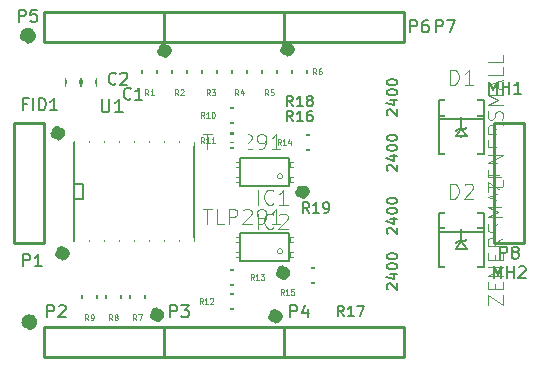
<source format=gto>
G04 #@! TF.FileFunction,Legend,Top*
%FSLAX46Y46*%
G04 Gerber Fmt 4.6, Leading zero omitted, Abs format (unit mm)*
G04 Created by KiCad (PCBNEW (2015-01-16 BZR 5376)-product) date 25/06/2015 00:14:29*
%MOMM*%
G01*
G04 APERTURE LIST*
%ADD10C,0.150000*%
%ADD11C,1.000000*%
%ADD12C,0.127000*%
%ADD13C,0.254000*%
%ADD14C,0.203200*%
%ADD15C,0.066040*%
%ADD16C,0.050800*%
%ADD17C,0.114300*%
%ADD18C,0.088900*%
%ADD19C,0.152400*%
%ADD20R,1.143000X2.413000*%
%ADD21R,1.143000X1.651000*%
%ADD22R,1.651000X1.143000*%
%ADD23R,2.032000X2.032000*%
%ADD24C,2.032000*%
%ADD25R,2.707640X2.308860*%
%ADD26R,2.540000X4.572000*%
%ADD27R,1.506220X1.005840*%
%ADD28C,3.000000*%
%ADD29R,1.258000X1.308000*%
G04 APERTURE END LIST*
D10*
D11*
X107950000Y-66548000D02*
G75*
G03X107950000Y-66548000I-127000J0D01*
G01*
X109601000Y-59690000D02*
G75*
G03X109601000Y-59690000I-127000J0D01*
G01*
X89281000Y-64897000D02*
G75*
G03X89281000Y-64897000I-127000J0D01*
G01*
X86539605Y-70739000D02*
G75*
G03X86539605Y-70739000I-179605J0D01*
G01*
X97282000Y-70104000D02*
G75*
G03X97282000Y-70104000I-127000J0D01*
G01*
X107315000Y-70231000D02*
G75*
G03X107315000Y-70231000I-127000J0D01*
G01*
X108331000Y-47625000D02*
G75*
G03X108331000Y-47625000I-127000J0D01*
G01*
X97917000Y-47752000D02*
G75*
G03X97917000Y-47752000I-127000J0D01*
G01*
X86412605Y-46482000D02*
G75*
G03X86412605Y-46482000I-179605J0D01*
G01*
X88900000Y-54737000D02*
G75*
G03X88900000Y-54737000I-127000J0D01*
G01*
D12*
X100330000Y-63881000D02*
X90170000Y-63881000D01*
X90170000Y-63881000D02*
X90170000Y-55499000D01*
X90170000Y-55499000D02*
X100330000Y-55499000D01*
X100330000Y-55499000D02*
X100330000Y-63881000D01*
X90170000Y-59055000D02*
X90932000Y-59055000D01*
X90932000Y-59055000D02*
X90932000Y-60325000D01*
X90932000Y-60325000D02*
X90170000Y-60325000D01*
X102362000Y-66294000D02*
X104648000Y-66294000D01*
X104648000Y-66294000D02*
X104648000Y-67564000D01*
X104648000Y-67564000D02*
X102362000Y-67564000D01*
X102362000Y-67564000D02*
X102362000Y-66294000D01*
X104648000Y-69596000D02*
X102362000Y-69596000D01*
X102362000Y-69596000D02*
X102362000Y-68326000D01*
X102362000Y-68326000D02*
X104648000Y-68326000D01*
X104648000Y-68326000D02*
X104648000Y-69596000D01*
X102362000Y-54737000D02*
X104648000Y-54737000D01*
X104648000Y-54737000D02*
X104648000Y-56007000D01*
X104648000Y-56007000D02*
X102362000Y-56007000D01*
X102362000Y-56007000D02*
X102362000Y-54737000D01*
X104648000Y-53848000D02*
X102362000Y-53848000D01*
X102362000Y-53848000D02*
X102362000Y-52578000D01*
X102362000Y-52578000D02*
X104648000Y-52578000D01*
X104648000Y-52578000D02*
X104648000Y-53848000D01*
X90805000Y-69723000D02*
X90805000Y-67437000D01*
X90805000Y-67437000D02*
X92075000Y-67437000D01*
X92075000Y-67437000D02*
X92075000Y-69723000D01*
X92075000Y-69723000D02*
X90805000Y-69723000D01*
X92837000Y-69723000D02*
X92837000Y-67437000D01*
X92837000Y-67437000D02*
X94107000Y-67437000D01*
X94107000Y-67437000D02*
X94107000Y-69723000D01*
X94107000Y-69723000D02*
X92837000Y-69723000D01*
X94869000Y-69723000D02*
X94869000Y-67437000D01*
X94869000Y-67437000D02*
X96139000Y-67437000D01*
X96139000Y-67437000D02*
X96139000Y-69723000D01*
X96139000Y-69723000D02*
X94869000Y-69723000D01*
X97155000Y-48387000D02*
X97155000Y-50673000D01*
X97155000Y-50673000D02*
X95885000Y-50673000D01*
X95885000Y-50673000D02*
X95885000Y-48387000D01*
X95885000Y-48387000D02*
X97155000Y-48387000D01*
X99695000Y-48387000D02*
X99695000Y-50673000D01*
X99695000Y-50673000D02*
X98425000Y-50673000D01*
X98425000Y-50673000D02*
X98425000Y-48387000D01*
X98425000Y-48387000D02*
X99695000Y-48387000D01*
X102235000Y-48387000D02*
X102235000Y-50673000D01*
X102235000Y-50673000D02*
X100965000Y-50673000D01*
X100965000Y-50673000D02*
X100965000Y-48387000D01*
X100965000Y-48387000D02*
X102235000Y-48387000D01*
X104775000Y-48387000D02*
X104775000Y-50673000D01*
X104775000Y-50673000D02*
X103505000Y-50673000D01*
X103505000Y-50673000D02*
X103505000Y-48387000D01*
X103505000Y-48387000D02*
X104775000Y-48387000D01*
X107315000Y-48387000D02*
X107315000Y-50673000D01*
X107315000Y-50673000D02*
X106045000Y-50673000D01*
X106045000Y-50673000D02*
X106045000Y-48387000D01*
X106045000Y-48387000D02*
X107315000Y-48387000D01*
X109855000Y-48387000D02*
X109855000Y-50673000D01*
X109855000Y-50673000D02*
X108585000Y-50673000D01*
X108585000Y-50673000D02*
X108585000Y-48387000D01*
X108585000Y-48387000D02*
X109855000Y-48387000D01*
D13*
X125730000Y-64008000D02*
X125730000Y-53848000D01*
X128270000Y-64008000D02*
X128270000Y-53848000D01*
X128270000Y-53848000D02*
X125730000Y-53848000D01*
X125730000Y-64008000D02*
X128270000Y-64008000D01*
X118110000Y-46990000D02*
X107950000Y-46990000D01*
X118110000Y-44450000D02*
X107950000Y-44450000D01*
X107950000Y-44450000D02*
X107950000Y-46990000D01*
X118110000Y-46990000D02*
X118110000Y-44450000D01*
X107950000Y-46990000D02*
X97790000Y-46990000D01*
X107950000Y-44450000D02*
X97790000Y-44450000D01*
X97790000Y-44450000D02*
X97790000Y-46990000D01*
X107950000Y-46990000D02*
X107950000Y-44450000D01*
X97790000Y-46990000D02*
X87630000Y-46990000D01*
X97790000Y-44450000D02*
X87630000Y-44450000D01*
X87630000Y-44450000D02*
X87630000Y-46990000D01*
X97790000Y-46990000D02*
X97790000Y-44450000D01*
X118110000Y-73660000D02*
X107950000Y-73660000D01*
X118110000Y-71120000D02*
X107950000Y-71120000D01*
X107950000Y-71120000D02*
X107950000Y-73660000D01*
X118110000Y-73660000D02*
X118110000Y-71120000D01*
X107950000Y-73660000D02*
X97790000Y-73660000D01*
X107950000Y-71120000D02*
X97790000Y-71120000D01*
X97790000Y-71120000D02*
X97790000Y-73660000D01*
X107950000Y-73660000D02*
X107950000Y-71120000D01*
X97790000Y-73660000D02*
X87630000Y-73660000D01*
X97790000Y-71120000D02*
X87630000Y-71120000D01*
X87630000Y-71120000D02*
X87630000Y-73660000D01*
X97790000Y-73660000D02*
X97790000Y-71120000D01*
X85090000Y-64008000D02*
X85090000Y-53848000D01*
X87630000Y-64008000D02*
X87630000Y-53848000D01*
X87630000Y-53848000D02*
X85090000Y-53848000D01*
X85090000Y-64008000D02*
X87630000Y-64008000D01*
D12*
X122936000Y-64516000D02*
X122936000Y-64719200D01*
X121031000Y-66040000D02*
X121031000Y-61468000D01*
X121031000Y-61468000D02*
X121666000Y-61468000D01*
X124841000Y-63093600D02*
X121031000Y-63093600D01*
X124841000Y-62763400D02*
X121031000Y-62763400D01*
X124206000Y-66040000D02*
X124841000Y-66040000D01*
X124841000Y-66040000D02*
X124841000Y-61468000D01*
X124841000Y-61468000D02*
X124206000Y-61468000D01*
X121666000Y-66040000D02*
X121031000Y-66040000D01*
X122936000Y-63881000D02*
X122461020Y-64516000D01*
X122461020Y-64516000D02*
X122936000Y-64516000D01*
X122936000Y-64516000D02*
X123410980Y-64516000D01*
X123410980Y-64516000D02*
X122936000Y-63881000D01*
X122936000Y-63881000D02*
X122618500Y-63881000D01*
X122618500Y-63881000D02*
X122461020Y-64038480D01*
X122936000Y-63881000D02*
X123253500Y-63881000D01*
X123253500Y-63881000D02*
X123410980Y-63723520D01*
X122936000Y-63881000D02*
X122936000Y-62771020D01*
X122936000Y-54991000D02*
X122936000Y-55194200D01*
X121031000Y-56515000D02*
X121031000Y-51943000D01*
X121031000Y-51943000D02*
X121666000Y-51943000D01*
X124841000Y-53568600D02*
X121031000Y-53568600D01*
X124841000Y-53238400D02*
X121031000Y-53238400D01*
X124206000Y-56515000D02*
X124841000Y-56515000D01*
X124841000Y-56515000D02*
X124841000Y-51943000D01*
X124841000Y-51943000D02*
X124206000Y-51943000D01*
X121666000Y-56515000D02*
X121031000Y-56515000D01*
X122936000Y-54356000D02*
X122461020Y-54991000D01*
X122461020Y-54991000D02*
X122936000Y-54991000D01*
X122936000Y-54991000D02*
X123410980Y-54991000D01*
X123410980Y-54991000D02*
X122936000Y-54356000D01*
X122936000Y-54356000D02*
X122618500Y-54356000D01*
X122618500Y-54356000D02*
X122461020Y-54513480D01*
X122936000Y-54356000D02*
X123253500Y-54356000D01*
X123253500Y-54356000D02*
X123410980Y-54198520D01*
X122936000Y-54356000D02*
X122936000Y-53246020D01*
D14*
X120142000Y-68580000D02*
X117856000Y-68580000D01*
X117856000Y-64262000D02*
X120142000Y-64262000D01*
X114554000Y-68580000D02*
X112268000Y-68580000D01*
X112268000Y-64262000D02*
X114554000Y-64262000D01*
X112268000Y-68580000D02*
X112268000Y-64262000D01*
X120142000Y-64262000D02*
X120142000Y-68580000D01*
X120142000Y-63881000D02*
X117856000Y-63881000D01*
X117856000Y-59563000D02*
X120142000Y-59563000D01*
X114554000Y-63881000D02*
X112268000Y-63881000D01*
X112268000Y-59563000D02*
X114554000Y-59563000D01*
X112268000Y-63881000D02*
X112268000Y-59563000D01*
X120142000Y-59563000D02*
X120142000Y-63881000D01*
X120142000Y-53848000D02*
X117856000Y-53848000D01*
X117856000Y-49530000D02*
X120142000Y-49530000D01*
X114554000Y-53848000D02*
X112268000Y-53848000D01*
X112268000Y-49530000D02*
X114554000Y-49530000D01*
X112268000Y-53848000D02*
X112268000Y-49530000D01*
X120142000Y-49530000D02*
X120142000Y-53848000D01*
X120142000Y-58547000D02*
X117856000Y-58547000D01*
X117856000Y-54229000D02*
X120142000Y-54229000D01*
X114554000Y-58547000D02*
X112268000Y-58547000D01*
X112268000Y-54229000D02*
X114554000Y-54229000D01*
X112268000Y-58547000D02*
X112268000Y-54229000D01*
X120142000Y-54229000D02*
X120142000Y-58547000D01*
D12*
X111506000Y-67437000D02*
X109220000Y-67437000D01*
X109220000Y-67437000D02*
X109220000Y-66167000D01*
X109220000Y-66167000D02*
X111506000Y-66167000D01*
X111506000Y-66167000D02*
X111506000Y-67437000D01*
X108839000Y-54864000D02*
X111125000Y-54864000D01*
X111125000Y-54864000D02*
X111125000Y-56134000D01*
X111125000Y-56134000D02*
X108839000Y-56134000D01*
X108839000Y-56134000D02*
X108839000Y-54864000D01*
D15*
X109768640Y-58483500D02*
X108447840Y-58483500D01*
X108447840Y-58483500D02*
X108447840Y-58864500D01*
X109768640Y-58864500D02*
X108447840Y-58864500D01*
X109768640Y-58483500D02*
X109768640Y-58864500D01*
X109768640Y-57213500D02*
X108447840Y-57213500D01*
X108447840Y-57213500D02*
X108447840Y-57594500D01*
X109768640Y-57594500D02*
X108447840Y-57594500D01*
X109768640Y-57213500D02*
X109768640Y-57594500D01*
X104150160Y-57213500D02*
X102829360Y-57213500D01*
X102829360Y-57213500D02*
X102829360Y-57594500D01*
X104150160Y-57594500D02*
X102829360Y-57594500D01*
X104150160Y-57213500D02*
X104150160Y-57594500D01*
X104150160Y-58483500D02*
X102829360Y-58483500D01*
X102829360Y-58483500D02*
X102829360Y-58864500D01*
X104150160Y-58864500D02*
X102829360Y-58864500D01*
X104150160Y-58483500D02*
X104150160Y-58864500D01*
D14*
X108381800Y-56870600D02*
X104216200Y-56870600D01*
X104216200Y-56870600D02*
X104216200Y-59207400D01*
X104216200Y-59207400D02*
X108381800Y-59207400D01*
X108381800Y-59207400D02*
X108381800Y-56870600D01*
D16*
X107815187Y-58392060D02*
G75*
G03X107815187Y-58392060I-233487J0D01*
G01*
D15*
X109768640Y-64833500D02*
X108447840Y-64833500D01*
X108447840Y-64833500D02*
X108447840Y-65214500D01*
X109768640Y-65214500D02*
X108447840Y-65214500D01*
X109768640Y-64833500D02*
X109768640Y-65214500D01*
X109768640Y-63563500D02*
X108447840Y-63563500D01*
X108447840Y-63563500D02*
X108447840Y-63944500D01*
X109768640Y-63944500D02*
X108447840Y-63944500D01*
X109768640Y-63563500D02*
X109768640Y-63944500D01*
X104150160Y-63563500D02*
X102829360Y-63563500D01*
X102829360Y-63563500D02*
X102829360Y-63944500D01*
X104150160Y-63944500D02*
X102829360Y-63944500D01*
X104150160Y-63563500D02*
X104150160Y-63944500D01*
X104150160Y-64833500D02*
X102829360Y-64833500D01*
X102829360Y-64833500D02*
X102829360Y-65214500D01*
X104150160Y-65214500D02*
X102829360Y-65214500D01*
X104150160Y-64833500D02*
X104150160Y-65214500D01*
D14*
X108381800Y-63220600D02*
X104216200Y-63220600D01*
X104216200Y-63220600D02*
X104216200Y-65557400D01*
X104216200Y-65557400D02*
X108381800Y-65557400D01*
X108381800Y-65557400D02*
X108381800Y-63220600D01*
D16*
X107815187Y-64742060D02*
G75*
G03X107815187Y-64742060I-233487J0D01*
G01*
D10*
X90840000Y-50769000D02*
X90840000Y-50069000D01*
X92040000Y-50069000D02*
X92040000Y-50769000D01*
X89443000Y-50769000D02*
X89443000Y-50069000D01*
X90643000Y-50069000D02*
X90643000Y-50769000D01*
D14*
X92474143Y-51825071D02*
X92474143Y-52750357D01*
X92528571Y-52859214D01*
X92583000Y-52913643D01*
X92691857Y-52968071D01*
X92909571Y-52968071D01*
X93018429Y-52913643D01*
X93072857Y-52859214D01*
X93127286Y-52750357D01*
X93127286Y-51825071D01*
X94270286Y-52968071D02*
X93617143Y-52968071D01*
X93943715Y-52968071D02*
X93943715Y-51825071D01*
X93834858Y-51988357D01*
X93726000Y-52097214D01*
X93617143Y-52151643D01*
D17*
X105370085Y-67158810D02*
X105217685Y-66916905D01*
X105108828Y-67158810D02*
X105108828Y-66650810D01*
X105283000Y-66650810D01*
X105326542Y-66675000D01*
X105348314Y-66699190D01*
X105370085Y-66747571D01*
X105370085Y-66820143D01*
X105348314Y-66868524D01*
X105326542Y-66892714D01*
X105283000Y-66916905D01*
X105108828Y-66916905D01*
X105805514Y-67158810D02*
X105544257Y-67158810D01*
X105674885Y-67158810D02*
X105674885Y-66650810D01*
X105631342Y-66723381D01*
X105587800Y-66771762D01*
X105544257Y-66795952D01*
X105957914Y-66650810D02*
X106240943Y-66650810D01*
X106088543Y-66844333D01*
X106153857Y-66844333D01*
X106197400Y-66868524D01*
X106219171Y-66892714D01*
X106240943Y-66941095D01*
X106240943Y-67062048D01*
X106219171Y-67110429D01*
X106197400Y-67134619D01*
X106153857Y-67158810D01*
X106023229Y-67158810D01*
X105979686Y-67134619D01*
X105957914Y-67110429D01*
X101052085Y-69190810D02*
X100899685Y-68948905D01*
X100790828Y-69190810D02*
X100790828Y-68682810D01*
X100965000Y-68682810D01*
X101008542Y-68707000D01*
X101030314Y-68731190D01*
X101052085Y-68779571D01*
X101052085Y-68852143D01*
X101030314Y-68900524D01*
X101008542Y-68924714D01*
X100965000Y-68948905D01*
X100790828Y-68948905D01*
X101487514Y-69190810D02*
X101226257Y-69190810D01*
X101356885Y-69190810D02*
X101356885Y-68682810D01*
X101313342Y-68755381D01*
X101269800Y-68803762D01*
X101226257Y-68827952D01*
X101661686Y-68731190D02*
X101683457Y-68707000D01*
X101727000Y-68682810D01*
X101835857Y-68682810D01*
X101879400Y-68707000D01*
X101901171Y-68731190D01*
X101922943Y-68779571D01*
X101922943Y-68827952D01*
X101901171Y-68900524D01*
X101639914Y-69190810D01*
X101922943Y-69190810D01*
X101179085Y-55601810D02*
X101026685Y-55359905D01*
X100917828Y-55601810D02*
X100917828Y-55093810D01*
X101092000Y-55093810D01*
X101135542Y-55118000D01*
X101157314Y-55142190D01*
X101179085Y-55190571D01*
X101179085Y-55263143D01*
X101157314Y-55311524D01*
X101135542Y-55335714D01*
X101092000Y-55359905D01*
X100917828Y-55359905D01*
X101614514Y-55601810D02*
X101353257Y-55601810D01*
X101483885Y-55601810D02*
X101483885Y-55093810D01*
X101440342Y-55166381D01*
X101396800Y-55214762D01*
X101353257Y-55238952D01*
X102049943Y-55601810D02*
X101788686Y-55601810D01*
X101919314Y-55601810D02*
X101919314Y-55093810D01*
X101875771Y-55166381D01*
X101832229Y-55214762D01*
X101788686Y-55238952D01*
X101179085Y-53442810D02*
X101026685Y-53200905D01*
X100917828Y-53442810D02*
X100917828Y-52934810D01*
X101092000Y-52934810D01*
X101135542Y-52959000D01*
X101157314Y-52983190D01*
X101179085Y-53031571D01*
X101179085Y-53104143D01*
X101157314Y-53152524D01*
X101135542Y-53176714D01*
X101092000Y-53200905D01*
X100917828Y-53200905D01*
X101614514Y-53442810D02*
X101353257Y-53442810D01*
X101483885Y-53442810D02*
X101483885Y-52934810D01*
X101440342Y-53007381D01*
X101396800Y-53055762D01*
X101353257Y-53079952D01*
X101897543Y-52934810D02*
X101941086Y-52934810D01*
X101984629Y-52959000D01*
X102006400Y-52983190D01*
X102028171Y-53031571D01*
X102049943Y-53128333D01*
X102049943Y-53249286D01*
X102028171Y-53346048D01*
X102006400Y-53394429D01*
X101984629Y-53418619D01*
X101941086Y-53442810D01*
X101897543Y-53442810D01*
X101854000Y-53418619D01*
X101832229Y-53394429D01*
X101810457Y-53346048D01*
X101788686Y-53249286D01*
X101788686Y-53128333D01*
X101810457Y-53031571D01*
X101832229Y-52983190D01*
X101854000Y-52959000D01*
X101897543Y-52934810D01*
X91363800Y-70587810D02*
X91211400Y-70345905D01*
X91102543Y-70587810D02*
X91102543Y-70079810D01*
X91276715Y-70079810D01*
X91320257Y-70104000D01*
X91342029Y-70128190D01*
X91363800Y-70176571D01*
X91363800Y-70249143D01*
X91342029Y-70297524D01*
X91320257Y-70321714D01*
X91276715Y-70345905D01*
X91102543Y-70345905D01*
X91581515Y-70587810D02*
X91668600Y-70587810D01*
X91712143Y-70563619D01*
X91733915Y-70539429D01*
X91777457Y-70466857D01*
X91799229Y-70370095D01*
X91799229Y-70176571D01*
X91777457Y-70128190D01*
X91755686Y-70104000D01*
X91712143Y-70079810D01*
X91625057Y-70079810D01*
X91581515Y-70104000D01*
X91559743Y-70128190D01*
X91537972Y-70176571D01*
X91537972Y-70297524D01*
X91559743Y-70345905D01*
X91581515Y-70370095D01*
X91625057Y-70394286D01*
X91712143Y-70394286D01*
X91755686Y-70370095D01*
X91777457Y-70345905D01*
X91799229Y-70297524D01*
X93395800Y-70587810D02*
X93243400Y-70345905D01*
X93134543Y-70587810D02*
X93134543Y-70079810D01*
X93308715Y-70079810D01*
X93352257Y-70104000D01*
X93374029Y-70128190D01*
X93395800Y-70176571D01*
X93395800Y-70249143D01*
X93374029Y-70297524D01*
X93352257Y-70321714D01*
X93308715Y-70345905D01*
X93134543Y-70345905D01*
X93657057Y-70297524D02*
X93613515Y-70273333D01*
X93591743Y-70249143D01*
X93569972Y-70200762D01*
X93569972Y-70176571D01*
X93591743Y-70128190D01*
X93613515Y-70104000D01*
X93657057Y-70079810D01*
X93744143Y-70079810D01*
X93787686Y-70104000D01*
X93809457Y-70128190D01*
X93831229Y-70176571D01*
X93831229Y-70200762D01*
X93809457Y-70249143D01*
X93787686Y-70273333D01*
X93744143Y-70297524D01*
X93657057Y-70297524D01*
X93613515Y-70321714D01*
X93591743Y-70345905D01*
X93569972Y-70394286D01*
X93569972Y-70491048D01*
X93591743Y-70539429D01*
X93613515Y-70563619D01*
X93657057Y-70587810D01*
X93744143Y-70587810D01*
X93787686Y-70563619D01*
X93809457Y-70539429D01*
X93831229Y-70491048D01*
X93831229Y-70394286D01*
X93809457Y-70345905D01*
X93787686Y-70321714D01*
X93744143Y-70297524D01*
X95427800Y-70587810D02*
X95275400Y-70345905D01*
X95166543Y-70587810D02*
X95166543Y-70079810D01*
X95340715Y-70079810D01*
X95384257Y-70104000D01*
X95406029Y-70128190D01*
X95427800Y-70176571D01*
X95427800Y-70249143D01*
X95406029Y-70297524D01*
X95384257Y-70321714D01*
X95340715Y-70345905D01*
X95166543Y-70345905D01*
X95580200Y-70079810D02*
X95885000Y-70079810D01*
X95689057Y-70587810D01*
X96443800Y-51537810D02*
X96291400Y-51295905D01*
X96182543Y-51537810D02*
X96182543Y-51029810D01*
X96356715Y-51029810D01*
X96400257Y-51054000D01*
X96422029Y-51078190D01*
X96443800Y-51126571D01*
X96443800Y-51199143D01*
X96422029Y-51247524D01*
X96400257Y-51271714D01*
X96356715Y-51295905D01*
X96182543Y-51295905D01*
X96879229Y-51537810D02*
X96617972Y-51537810D01*
X96748600Y-51537810D02*
X96748600Y-51029810D01*
X96705057Y-51102381D01*
X96661515Y-51150762D01*
X96617972Y-51174952D01*
X98983800Y-51537810D02*
X98831400Y-51295905D01*
X98722543Y-51537810D02*
X98722543Y-51029810D01*
X98896715Y-51029810D01*
X98940257Y-51054000D01*
X98962029Y-51078190D01*
X98983800Y-51126571D01*
X98983800Y-51199143D01*
X98962029Y-51247524D01*
X98940257Y-51271714D01*
X98896715Y-51295905D01*
X98722543Y-51295905D01*
X99157972Y-51078190D02*
X99179743Y-51054000D01*
X99223286Y-51029810D01*
X99332143Y-51029810D01*
X99375686Y-51054000D01*
X99397457Y-51078190D01*
X99419229Y-51126571D01*
X99419229Y-51174952D01*
X99397457Y-51247524D01*
X99136200Y-51537810D01*
X99419229Y-51537810D01*
X101650800Y-51537810D02*
X101498400Y-51295905D01*
X101389543Y-51537810D02*
X101389543Y-51029810D01*
X101563715Y-51029810D01*
X101607257Y-51054000D01*
X101629029Y-51078190D01*
X101650800Y-51126571D01*
X101650800Y-51199143D01*
X101629029Y-51247524D01*
X101607257Y-51271714D01*
X101563715Y-51295905D01*
X101389543Y-51295905D01*
X101803200Y-51029810D02*
X102086229Y-51029810D01*
X101933829Y-51223333D01*
X101999143Y-51223333D01*
X102042686Y-51247524D01*
X102064457Y-51271714D01*
X102086229Y-51320095D01*
X102086229Y-51441048D01*
X102064457Y-51489429D01*
X102042686Y-51513619D01*
X101999143Y-51537810D01*
X101868515Y-51537810D01*
X101824972Y-51513619D01*
X101803200Y-51489429D01*
X104063800Y-51537810D02*
X103911400Y-51295905D01*
X103802543Y-51537810D02*
X103802543Y-51029810D01*
X103976715Y-51029810D01*
X104020257Y-51054000D01*
X104042029Y-51078190D01*
X104063800Y-51126571D01*
X104063800Y-51199143D01*
X104042029Y-51247524D01*
X104020257Y-51271714D01*
X103976715Y-51295905D01*
X103802543Y-51295905D01*
X104455686Y-51199143D02*
X104455686Y-51537810D01*
X104346829Y-51005619D02*
X104237972Y-51368476D01*
X104521000Y-51368476D01*
X106603800Y-51537810D02*
X106451400Y-51295905D01*
X106342543Y-51537810D02*
X106342543Y-51029810D01*
X106516715Y-51029810D01*
X106560257Y-51054000D01*
X106582029Y-51078190D01*
X106603800Y-51126571D01*
X106603800Y-51199143D01*
X106582029Y-51247524D01*
X106560257Y-51271714D01*
X106516715Y-51295905D01*
X106342543Y-51295905D01*
X107017457Y-51029810D02*
X106799743Y-51029810D01*
X106777972Y-51271714D01*
X106799743Y-51247524D01*
X106843286Y-51223333D01*
X106952143Y-51223333D01*
X106995686Y-51247524D01*
X107017457Y-51271714D01*
X107039229Y-51320095D01*
X107039229Y-51441048D01*
X107017457Y-51489429D01*
X106995686Y-51513619D01*
X106952143Y-51537810D01*
X106843286Y-51537810D01*
X106799743Y-51513619D01*
X106777972Y-51489429D01*
X110667800Y-49759810D02*
X110515400Y-49517905D01*
X110406543Y-49759810D02*
X110406543Y-49251810D01*
X110580715Y-49251810D01*
X110624257Y-49276000D01*
X110646029Y-49300190D01*
X110667800Y-49348571D01*
X110667800Y-49421143D01*
X110646029Y-49469524D01*
X110624257Y-49493714D01*
X110580715Y-49517905D01*
X110406543Y-49517905D01*
X111059686Y-49251810D02*
X110972600Y-49251810D01*
X110929057Y-49276000D01*
X110907286Y-49300190D01*
X110863743Y-49372762D01*
X110841972Y-49469524D01*
X110841972Y-49663048D01*
X110863743Y-49711429D01*
X110885515Y-49735619D01*
X110929057Y-49759810D01*
X111016143Y-49759810D01*
X111059686Y-49735619D01*
X111081457Y-49711429D01*
X111103229Y-49663048D01*
X111103229Y-49542095D01*
X111081457Y-49493714D01*
X111059686Y-49469524D01*
X111016143Y-49445333D01*
X110929057Y-49445333D01*
X110885515Y-49469524D01*
X110863743Y-49493714D01*
X110841972Y-49542095D01*
D14*
X126250096Y-65356619D02*
X126250096Y-64340619D01*
X126637143Y-64340619D01*
X126733905Y-64389000D01*
X126782286Y-64437381D01*
X126830667Y-64534143D01*
X126830667Y-64679286D01*
X126782286Y-64776048D01*
X126733905Y-64824429D01*
X126637143Y-64872810D01*
X126250096Y-64872810D01*
X127411239Y-64776048D02*
X127314477Y-64727667D01*
X127266096Y-64679286D01*
X127217715Y-64582524D01*
X127217715Y-64534143D01*
X127266096Y-64437381D01*
X127314477Y-64389000D01*
X127411239Y-64340619D01*
X127604762Y-64340619D01*
X127701524Y-64389000D01*
X127749905Y-64437381D01*
X127798286Y-64534143D01*
X127798286Y-64582524D01*
X127749905Y-64679286D01*
X127701524Y-64727667D01*
X127604762Y-64776048D01*
X127411239Y-64776048D01*
X127314477Y-64824429D01*
X127266096Y-64872810D01*
X127217715Y-64969571D01*
X127217715Y-65163095D01*
X127266096Y-65259857D01*
X127314477Y-65308238D01*
X127411239Y-65356619D01*
X127604762Y-65356619D01*
X127701524Y-65308238D01*
X127749905Y-65259857D01*
X127798286Y-65163095D01*
X127798286Y-64969571D01*
X127749905Y-64872810D01*
X127701524Y-64824429D01*
X127604762Y-64776048D01*
X120789096Y-46179619D02*
X120789096Y-45163619D01*
X121176143Y-45163619D01*
X121272905Y-45212000D01*
X121321286Y-45260381D01*
X121369667Y-45357143D01*
X121369667Y-45502286D01*
X121321286Y-45599048D01*
X121272905Y-45647429D01*
X121176143Y-45695810D01*
X120789096Y-45695810D01*
X121708334Y-45163619D02*
X122385667Y-45163619D01*
X121950239Y-46179619D01*
X118630096Y-46179619D02*
X118630096Y-45163619D01*
X119017143Y-45163619D01*
X119113905Y-45212000D01*
X119162286Y-45260381D01*
X119210667Y-45357143D01*
X119210667Y-45502286D01*
X119162286Y-45599048D01*
X119113905Y-45647429D01*
X119017143Y-45695810D01*
X118630096Y-45695810D01*
X120081524Y-45163619D02*
X119888001Y-45163619D01*
X119791239Y-45212000D01*
X119742858Y-45260381D01*
X119646096Y-45405524D01*
X119597715Y-45599048D01*
X119597715Y-45986095D01*
X119646096Y-46082857D01*
X119694477Y-46131238D01*
X119791239Y-46179619D01*
X119984762Y-46179619D01*
X120081524Y-46131238D01*
X120129905Y-46082857D01*
X120178286Y-45986095D01*
X120178286Y-45744190D01*
X120129905Y-45647429D01*
X120081524Y-45599048D01*
X119984762Y-45550667D01*
X119791239Y-45550667D01*
X119694477Y-45599048D01*
X119646096Y-45647429D01*
X119597715Y-45744190D01*
X85483096Y-45290619D02*
X85483096Y-44274619D01*
X85870143Y-44274619D01*
X85966905Y-44323000D01*
X86015286Y-44371381D01*
X86063667Y-44468143D01*
X86063667Y-44613286D01*
X86015286Y-44710048D01*
X85966905Y-44758429D01*
X85870143Y-44806810D01*
X85483096Y-44806810D01*
X86982905Y-44274619D02*
X86499096Y-44274619D01*
X86450715Y-44758429D01*
X86499096Y-44710048D01*
X86595858Y-44661667D01*
X86837762Y-44661667D01*
X86934524Y-44710048D01*
X86982905Y-44758429D01*
X87031286Y-44855190D01*
X87031286Y-45097095D01*
X86982905Y-45193857D01*
X86934524Y-45242238D01*
X86837762Y-45290619D01*
X86595858Y-45290619D01*
X86499096Y-45242238D01*
X86450715Y-45193857D01*
X108470096Y-70309619D02*
X108470096Y-69293619D01*
X108857143Y-69293619D01*
X108953905Y-69342000D01*
X109002286Y-69390381D01*
X109050667Y-69487143D01*
X109050667Y-69632286D01*
X109002286Y-69729048D01*
X108953905Y-69777429D01*
X108857143Y-69825810D01*
X108470096Y-69825810D01*
X109921524Y-69632286D02*
X109921524Y-70309619D01*
X109679620Y-69245238D02*
X109437715Y-69970952D01*
X110066667Y-69970952D01*
X98310096Y-70309619D02*
X98310096Y-69293619D01*
X98697143Y-69293619D01*
X98793905Y-69342000D01*
X98842286Y-69390381D01*
X98890667Y-69487143D01*
X98890667Y-69632286D01*
X98842286Y-69729048D01*
X98793905Y-69777429D01*
X98697143Y-69825810D01*
X98310096Y-69825810D01*
X99229334Y-69293619D02*
X99858286Y-69293619D01*
X99519620Y-69680667D01*
X99664762Y-69680667D01*
X99761524Y-69729048D01*
X99809905Y-69777429D01*
X99858286Y-69874190D01*
X99858286Y-70116095D01*
X99809905Y-70212857D01*
X99761524Y-70261238D01*
X99664762Y-70309619D01*
X99374477Y-70309619D01*
X99277715Y-70261238D01*
X99229334Y-70212857D01*
X87896096Y-70309619D02*
X87896096Y-69293619D01*
X88283143Y-69293619D01*
X88379905Y-69342000D01*
X88428286Y-69390381D01*
X88476667Y-69487143D01*
X88476667Y-69632286D01*
X88428286Y-69729048D01*
X88379905Y-69777429D01*
X88283143Y-69825810D01*
X87896096Y-69825810D01*
X88863715Y-69390381D02*
X88912096Y-69342000D01*
X89008858Y-69293619D01*
X89250762Y-69293619D01*
X89347524Y-69342000D01*
X89395905Y-69390381D01*
X89444286Y-69487143D01*
X89444286Y-69583905D01*
X89395905Y-69729048D01*
X88815334Y-70309619D01*
X89444286Y-70309619D01*
X85864096Y-65991619D02*
X85864096Y-64975619D01*
X86251143Y-64975619D01*
X86347905Y-65024000D01*
X86396286Y-65072381D01*
X86444667Y-65169143D01*
X86444667Y-65314286D01*
X86396286Y-65411048D01*
X86347905Y-65459429D01*
X86251143Y-65507810D01*
X85864096Y-65507810D01*
X87412286Y-65991619D02*
X86831715Y-65991619D01*
X87122001Y-65991619D02*
X87122001Y-64975619D01*
X87025239Y-65120762D01*
X86928477Y-65217524D01*
X86831715Y-65265905D01*
D18*
X121998619Y-60264524D02*
X121998619Y-58994524D01*
X122301000Y-58994524D01*
X122482428Y-59055000D01*
X122603381Y-59175952D01*
X122663857Y-59296905D01*
X122724333Y-59538810D01*
X122724333Y-59720238D01*
X122663857Y-59962143D01*
X122603381Y-60083095D01*
X122482428Y-60204048D01*
X122301000Y-60264524D01*
X121998619Y-60264524D01*
X123208143Y-59115476D02*
X123268619Y-59055000D01*
X123389571Y-58994524D01*
X123691952Y-58994524D01*
X123812905Y-59055000D01*
X123873381Y-59115476D01*
X123933857Y-59236429D01*
X123933857Y-59357381D01*
X123873381Y-59538810D01*
X123147667Y-60264524D01*
X123933857Y-60264524D01*
X125161524Y-69275476D02*
X125161524Y-68428810D01*
X126431524Y-69275476D01*
X126431524Y-68428810D01*
X125766286Y-67945000D02*
X125766286Y-67521667D01*
X126431524Y-67340238D02*
X126431524Y-67945000D01*
X125161524Y-67945000D01*
X125161524Y-67340238D01*
X126431524Y-66795952D02*
X125161524Y-66795952D01*
X126431524Y-66070238D01*
X125161524Y-66070238D01*
X125766286Y-65465476D02*
X125766286Y-65042143D01*
X126431524Y-64860714D02*
X126431524Y-65465476D01*
X125161524Y-65465476D01*
X125161524Y-64860714D01*
X126431524Y-63590714D02*
X125826762Y-64014047D01*
X126431524Y-64316428D02*
X125161524Y-64316428D01*
X125161524Y-63832619D01*
X125222000Y-63711666D01*
X125282476Y-63651190D01*
X125403429Y-63590714D01*
X125584857Y-63590714D01*
X125705810Y-63651190D01*
X125766286Y-63711666D01*
X125826762Y-63832619D01*
X125826762Y-64316428D01*
X126371048Y-63106904D02*
X126431524Y-62925476D01*
X126431524Y-62623095D01*
X126371048Y-62502142D01*
X126310571Y-62441666D01*
X126189619Y-62381190D01*
X126068667Y-62381190D01*
X125947714Y-62441666D01*
X125887238Y-62502142D01*
X125826762Y-62623095D01*
X125766286Y-62864999D01*
X125705810Y-62985952D01*
X125645333Y-63046428D01*
X125524381Y-63106904D01*
X125403429Y-63106904D01*
X125282476Y-63046428D01*
X125222000Y-62985952D01*
X125161524Y-62864999D01*
X125161524Y-62562619D01*
X125222000Y-62381190D01*
X126431524Y-61836904D02*
X125161524Y-61836904D01*
X126068667Y-61413571D01*
X125161524Y-60990237D01*
X126431524Y-60990237D01*
X126068667Y-60445951D02*
X126068667Y-59841189D01*
X126431524Y-60566904D02*
X125161524Y-60143570D01*
X126431524Y-59720237D01*
X126431524Y-58692142D02*
X126431524Y-59296904D01*
X125161524Y-59296904D01*
X126431524Y-57664047D02*
X126431524Y-58268809D01*
X125161524Y-58268809D01*
X121998619Y-50612524D02*
X121998619Y-49342524D01*
X122301000Y-49342524D01*
X122482428Y-49403000D01*
X122603381Y-49523952D01*
X122663857Y-49644905D01*
X122724333Y-49886810D01*
X122724333Y-50068238D01*
X122663857Y-50310143D01*
X122603381Y-50431095D01*
X122482428Y-50552048D01*
X122301000Y-50612524D01*
X121998619Y-50612524D01*
X123933857Y-50612524D02*
X123208143Y-50612524D01*
X123571000Y-50612524D02*
X123571000Y-49342524D01*
X123450048Y-49523952D01*
X123329095Y-49644905D01*
X123208143Y-49705381D01*
X125161524Y-59750476D02*
X125161524Y-58903810D01*
X126431524Y-59750476D01*
X126431524Y-58903810D01*
X125766286Y-58420000D02*
X125766286Y-57996667D01*
X126431524Y-57815238D02*
X126431524Y-58420000D01*
X125161524Y-58420000D01*
X125161524Y-57815238D01*
X126431524Y-57270952D02*
X125161524Y-57270952D01*
X126431524Y-56545238D01*
X125161524Y-56545238D01*
X125766286Y-55940476D02*
X125766286Y-55517143D01*
X126431524Y-55335714D02*
X126431524Y-55940476D01*
X125161524Y-55940476D01*
X125161524Y-55335714D01*
X126431524Y-54065714D02*
X125826762Y-54489047D01*
X126431524Y-54791428D02*
X125161524Y-54791428D01*
X125161524Y-54307619D01*
X125222000Y-54186666D01*
X125282476Y-54126190D01*
X125403429Y-54065714D01*
X125584857Y-54065714D01*
X125705810Y-54126190D01*
X125766286Y-54186666D01*
X125826762Y-54307619D01*
X125826762Y-54791428D01*
X126371048Y-53581904D02*
X126431524Y-53400476D01*
X126431524Y-53098095D01*
X126371048Y-52977142D01*
X126310571Y-52916666D01*
X126189619Y-52856190D01*
X126068667Y-52856190D01*
X125947714Y-52916666D01*
X125887238Y-52977142D01*
X125826762Y-53098095D01*
X125766286Y-53339999D01*
X125705810Y-53460952D01*
X125645333Y-53521428D01*
X125524381Y-53581904D01*
X125403429Y-53581904D01*
X125282476Y-53521428D01*
X125222000Y-53460952D01*
X125161524Y-53339999D01*
X125161524Y-53037619D01*
X125222000Y-52856190D01*
X126431524Y-52311904D02*
X125161524Y-52311904D01*
X126068667Y-51888571D01*
X125161524Y-51465237D01*
X126431524Y-51465237D01*
X126068667Y-50920951D02*
X126068667Y-50316189D01*
X126431524Y-51041904D02*
X125161524Y-50618570D01*
X126431524Y-50195237D01*
X126431524Y-49167142D02*
X126431524Y-49771904D01*
X125161524Y-49771904D01*
X126431524Y-48139047D02*
X126431524Y-48743809D01*
X125161524Y-48743809D01*
D19*
X112966500Y-70252167D02*
X112670166Y-69828833D01*
X112458500Y-70252167D02*
X112458500Y-69363167D01*
X112797166Y-69363167D01*
X112881833Y-69405500D01*
X112924166Y-69447833D01*
X112966500Y-69532500D01*
X112966500Y-69659500D01*
X112924166Y-69744167D01*
X112881833Y-69786500D01*
X112797166Y-69828833D01*
X112458500Y-69828833D01*
X113813166Y-70252167D02*
X113305166Y-70252167D01*
X113559166Y-70252167D02*
X113559166Y-69363167D01*
X113474500Y-69490167D01*
X113389833Y-69574833D01*
X113305166Y-69617167D01*
X114109500Y-69363167D02*
X114702167Y-69363167D01*
X114321167Y-70252167D01*
X116691833Y-67945001D02*
X116649500Y-67902667D01*
X116607167Y-67818001D01*
X116607167Y-67606334D01*
X116649500Y-67521667D01*
X116691833Y-67479334D01*
X116776500Y-67437001D01*
X116861167Y-67437001D01*
X116988167Y-67479334D01*
X117496167Y-67987334D01*
X117496167Y-67437001D01*
X116903500Y-66675000D02*
X117496167Y-66675000D01*
X116564833Y-66886667D02*
X117199833Y-67098334D01*
X117199833Y-66548000D01*
X116607167Y-66040000D02*
X116607167Y-65955333D01*
X116649500Y-65870667D01*
X116691833Y-65828333D01*
X116776500Y-65786000D01*
X116945833Y-65743667D01*
X117157500Y-65743667D01*
X117326833Y-65786000D01*
X117411500Y-65828333D01*
X117453833Y-65870667D01*
X117496167Y-65955333D01*
X117496167Y-66040000D01*
X117453833Y-66124667D01*
X117411500Y-66167000D01*
X117326833Y-66209333D01*
X117157500Y-66251667D01*
X116945833Y-66251667D01*
X116776500Y-66209333D01*
X116691833Y-66167000D01*
X116649500Y-66124667D01*
X116607167Y-66040000D01*
X116607167Y-65193333D02*
X116607167Y-65108666D01*
X116649500Y-65024000D01*
X116691833Y-64981666D01*
X116776500Y-64939333D01*
X116945833Y-64897000D01*
X117157500Y-64897000D01*
X117326833Y-64939333D01*
X117411500Y-64981666D01*
X117453833Y-65024000D01*
X117496167Y-65108666D01*
X117496167Y-65193333D01*
X117453833Y-65278000D01*
X117411500Y-65320333D01*
X117326833Y-65362666D01*
X117157500Y-65405000D01*
X116945833Y-65405000D01*
X116776500Y-65362666D01*
X116691833Y-65320333D01*
X116649500Y-65278000D01*
X116607167Y-65193333D01*
X110045500Y-61489167D02*
X109749166Y-61065833D01*
X109537500Y-61489167D02*
X109537500Y-60600167D01*
X109876166Y-60600167D01*
X109960833Y-60642500D01*
X110003166Y-60684833D01*
X110045500Y-60769500D01*
X110045500Y-60896500D01*
X110003166Y-60981167D01*
X109960833Y-61023500D01*
X109876166Y-61065833D01*
X109537500Y-61065833D01*
X110892166Y-61489167D02*
X110384166Y-61489167D01*
X110638166Y-61489167D02*
X110638166Y-60600167D01*
X110553500Y-60727167D01*
X110468833Y-60811833D01*
X110384166Y-60854167D01*
X111315500Y-61489167D02*
X111484833Y-61489167D01*
X111569500Y-61446833D01*
X111611833Y-61404500D01*
X111696500Y-61277500D01*
X111738833Y-61108167D01*
X111738833Y-60769500D01*
X111696500Y-60684833D01*
X111654167Y-60642500D01*
X111569500Y-60600167D01*
X111400167Y-60600167D01*
X111315500Y-60642500D01*
X111273167Y-60684833D01*
X111230833Y-60769500D01*
X111230833Y-60981167D01*
X111273167Y-61065833D01*
X111315500Y-61108167D01*
X111400167Y-61150500D01*
X111569500Y-61150500D01*
X111654167Y-61108167D01*
X111696500Y-61065833D01*
X111738833Y-60981167D01*
X116691833Y-63246001D02*
X116649500Y-63203667D01*
X116607167Y-63119001D01*
X116607167Y-62907334D01*
X116649500Y-62822667D01*
X116691833Y-62780334D01*
X116776500Y-62738001D01*
X116861167Y-62738001D01*
X116988167Y-62780334D01*
X117496167Y-63288334D01*
X117496167Y-62738001D01*
X116903500Y-61976000D02*
X117496167Y-61976000D01*
X116564833Y-62187667D02*
X117199833Y-62399334D01*
X117199833Y-61849000D01*
X116607167Y-61341000D02*
X116607167Y-61256333D01*
X116649500Y-61171667D01*
X116691833Y-61129333D01*
X116776500Y-61087000D01*
X116945833Y-61044667D01*
X117157500Y-61044667D01*
X117326833Y-61087000D01*
X117411500Y-61129333D01*
X117453833Y-61171667D01*
X117496167Y-61256333D01*
X117496167Y-61341000D01*
X117453833Y-61425667D01*
X117411500Y-61468000D01*
X117326833Y-61510333D01*
X117157500Y-61552667D01*
X116945833Y-61552667D01*
X116776500Y-61510333D01*
X116691833Y-61468000D01*
X116649500Y-61425667D01*
X116607167Y-61341000D01*
X116607167Y-60494333D02*
X116607167Y-60409666D01*
X116649500Y-60325000D01*
X116691833Y-60282666D01*
X116776500Y-60240333D01*
X116945833Y-60198000D01*
X117157500Y-60198000D01*
X117326833Y-60240333D01*
X117411500Y-60282666D01*
X117453833Y-60325000D01*
X117496167Y-60409666D01*
X117496167Y-60494333D01*
X117453833Y-60579000D01*
X117411500Y-60621333D01*
X117326833Y-60663666D01*
X117157500Y-60706000D01*
X116945833Y-60706000D01*
X116776500Y-60663666D01*
X116691833Y-60621333D01*
X116649500Y-60579000D01*
X116607167Y-60494333D01*
X108648500Y-52472167D02*
X108352166Y-52048833D01*
X108140500Y-52472167D02*
X108140500Y-51583167D01*
X108479166Y-51583167D01*
X108563833Y-51625500D01*
X108606166Y-51667833D01*
X108648500Y-51752500D01*
X108648500Y-51879500D01*
X108606166Y-51964167D01*
X108563833Y-52006500D01*
X108479166Y-52048833D01*
X108140500Y-52048833D01*
X109495166Y-52472167D02*
X108987166Y-52472167D01*
X109241166Y-52472167D02*
X109241166Y-51583167D01*
X109156500Y-51710167D01*
X109071833Y-51794833D01*
X108987166Y-51837167D01*
X110003167Y-51964167D02*
X109918500Y-51921833D01*
X109876167Y-51879500D01*
X109833833Y-51794833D01*
X109833833Y-51752500D01*
X109876167Y-51667833D01*
X109918500Y-51625500D01*
X110003167Y-51583167D01*
X110172500Y-51583167D01*
X110257167Y-51625500D01*
X110299500Y-51667833D01*
X110341833Y-51752500D01*
X110341833Y-51794833D01*
X110299500Y-51879500D01*
X110257167Y-51921833D01*
X110172500Y-51964167D01*
X110003167Y-51964167D01*
X109918500Y-52006500D01*
X109876167Y-52048833D01*
X109833833Y-52133500D01*
X109833833Y-52302833D01*
X109876167Y-52387500D01*
X109918500Y-52429833D01*
X110003167Y-52472167D01*
X110172500Y-52472167D01*
X110257167Y-52429833D01*
X110299500Y-52387500D01*
X110341833Y-52302833D01*
X110341833Y-52133500D01*
X110299500Y-52048833D01*
X110257167Y-52006500D01*
X110172500Y-51964167D01*
X116691833Y-53213001D02*
X116649500Y-53170667D01*
X116607167Y-53086001D01*
X116607167Y-52874334D01*
X116649500Y-52789667D01*
X116691833Y-52747334D01*
X116776500Y-52705001D01*
X116861167Y-52705001D01*
X116988167Y-52747334D01*
X117496167Y-53255334D01*
X117496167Y-52705001D01*
X116903500Y-51943000D02*
X117496167Y-51943000D01*
X116564833Y-52154667D02*
X117199833Y-52366334D01*
X117199833Y-51816000D01*
X116607167Y-51308000D02*
X116607167Y-51223333D01*
X116649500Y-51138667D01*
X116691833Y-51096333D01*
X116776500Y-51054000D01*
X116945833Y-51011667D01*
X117157500Y-51011667D01*
X117326833Y-51054000D01*
X117411500Y-51096333D01*
X117453833Y-51138667D01*
X117496167Y-51223333D01*
X117496167Y-51308000D01*
X117453833Y-51392667D01*
X117411500Y-51435000D01*
X117326833Y-51477333D01*
X117157500Y-51519667D01*
X116945833Y-51519667D01*
X116776500Y-51477333D01*
X116691833Y-51435000D01*
X116649500Y-51392667D01*
X116607167Y-51308000D01*
X116607167Y-50461333D02*
X116607167Y-50376666D01*
X116649500Y-50292000D01*
X116691833Y-50249666D01*
X116776500Y-50207333D01*
X116945833Y-50165000D01*
X117157500Y-50165000D01*
X117326833Y-50207333D01*
X117411500Y-50249666D01*
X117453833Y-50292000D01*
X117496167Y-50376666D01*
X117496167Y-50461333D01*
X117453833Y-50546000D01*
X117411500Y-50588333D01*
X117326833Y-50630666D01*
X117157500Y-50673000D01*
X116945833Y-50673000D01*
X116776500Y-50630666D01*
X116691833Y-50588333D01*
X116649500Y-50546000D01*
X116607167Y-50461333D01*
X108648500Y-53742167D02*
X108352166Y-53318833D01*
X108140500Y-53742167D02*
X108140500Y-52853167D01*
X108479166Y-52853167D01*
X108563833Y-52895500D01*
X108606166Y-52937833D01*
X108648500Y-53022500D01*
X108648500Y-53149500D01*
X108606166Y-53234167D01*
X108563833Y-53276500D01*
X108479166Y-53318833D01*
X108140500Y-53318833D01*
X109495166Y-53742167D02*
X108987166Y-53742167D01*
X109241166Y-53742167D02*
X109241166Y-52853167D01*
X109156500Y-52980167D01*
X109071833Y-53064833D01*
X108987166Y-53107167D01*
X110257167Y-52853167D02*
X110087833Y-52853167D01*
X110003167Y-52895500D01*
X109960833Y-52937833D01*
X109876167Y-53064833D01*
X109833833Y-53234167D01*
X109833833Y-53572833D01*
X109876167Y-53657500D01*
X109918500Y-53699833D01*
X110003167Y-53742167D01*
X110172500Y-53742167D01*
X110257167Y-53699833D01*
X110299500Y-53657500D01*
X110341833Y-53572833D01*
X110341833Y-53361167D01*
X110299500Y-53276500D01*
X110257167Y-53234167D01*
X110172500Y-53191833D01*
X110003167Y-53191833D01*
X109918500Y-53234167D01*
X109876167Y-53276500D01*
X109833833Y-53361167D01*
X116691833Y-57912001D02*
X116649500Y-57869667D01*
X116607167Y-57785001D01*
X116607167Y-57573334D01*
X116649500Y-57488667D01*
X116691833Y-57446334D01*
X116776500Y-57404001D01*
X116861167Y-57404001D01*
X116988167Y-57446334D01*
X117496167Y-57954334D01*
X117496167Y-57404001D01*
X116903500Y-56642000D02*
X117496167Y-56642000D01*
X116564833Y-56853667D02*
X117199833Y-57065334D01*
X117199833Y-56515000D01*
X116607167Y-56007000D02*
X116607167Y-55922333D01*
X116649500Y-55837667D01*
X116691833Y-55795333D01*
X116776500Y-55753000D01*
X116945833Y-55710667D01*
X117157500Y-55710667D01*
X117326833Y-55753000D01*
X117411500Y-55795333D01*
X117453833Y-55837667D01*
X117496167Y-55922333D01*
X117496167Y-56007000D01*
X117453833Y-56091667D01*
X117411500Y-56134000D01*
X117326833Y-56176333D01*
X117157500Y-56218667D01*
X116945833Y-56218667D01*
X116776500Y-56176333D01*
X116691833Y-56134000D01*
X116649500Y-56091667D01*
X116607167Y-56007000D01*
X116607167Y-55160333D02*
X116607167Y-55075666D01*
X116649500Y-54991000D01*
X116691833Y-54948666D01*
X116776500Y-54906333D01*
X116945833Y-54864000D01*
X117157500Y-54864000D01*
X117326833Y-54906333D01*
X117411500Y-54948666D01*
X117453833Y-54991000D01*
X117496167Y-55075666D01*
X117496167Y-55160333D01*
X117453833Y-55245000D01*
X117411500Y-55287333D01*
X117326833Y-55329666D01*
X117157500Y-55372000D01*
X116945833Y-55372000D01*
X116776500Y-55329666D01*
X116691833Y-55287333D01*
X116649500Y-55245000D01*
X116607167Y-55160333D01*
D17*
X107910085Y-68428810D02*
X107757685Y-68186905D01*
X107648828Y-68428810D02*
X107648828Y-67920810D01*
X107823000Y-67920810D01*
X107866542Y-67945000D01*
X107888314Y-67969190D01*
X107910085Y-68017571D01*
X107910085Y-68090143D01*
X107888314Y-68138524D01*
X107866542Y-68162714D01*
X107823000Y-68186905D01*
X107648828Y-68186905D01*
X108345514Y-68428810D02*
X108084257Y-68428810D01*
X108214885Y-68428810D02*
X108214885Y-67920810D01*
X108171342Y-67993381D01*
X108127800Y-68041762D01*
X108084257Y-68065952D01*
X108759171Y-67920810D02*
X108541457Y-67920810D01*
X108519686Y-68162714D01*
X108541457Y-68138524D01*
X108585000Y-68114333D01*
X108693857Y-68114333D01*
X108737400Y-68138524D01*
X108759171Y-68162714D01*
X108780943Y-68211095D01*
X108780943Y-68332048D01*
X108759171Y-68380429D01*
X108737400Y-68404619D01*
X108693857Y-68428810D01*
X108585000Y-68428810D01*
X108541457Y-68404619D01*
X108519686Y-68380429D01*
X107656085Y-55728810D02*
X107503685Y-55486905D01*
X107394828Y-55728810D02*
X107394828Y-55220810D01*
X107569000Y-55220810D01*
X107612542Y-55245000D01*
X107634314Y-55269190D01*
X107656085Y-55317571D01*
X107656085Y-55390143D01*
X107634314Y-55438524D01*
X107612542Y-55462714D01*
X107569000Y-55486905D01*
X107394828Y-55486905D01*
X108091514Y-55728810D02*
X107830257Y-55728810D01*
X107960885Y-55728810D02*
X107960885Y-55220810D01*
X107917342Y-55293381D01*
X107873800Y-55341762D01*
X107830257Y-55365952D01*
X108483400Y-55390143D02*
X108483400Y-55728810D01*
X108374543Y-55196619D02*
X108265686Y-55559476D01*
X108548714Y-55559476D01*
D18*
X105694238Y-60772524D02*
X105694238Y-59502524D01*
X107024714Y-60651571D02*
X106964238Y-60712048D01*
X106782809Y-60772524D01*
X106661857Y-60772524D01*
X106480429Y-60712048D01*
X106359476Y-60591095D01*
X106299000Y-60470143D01*
X106238524Y-60228238D01*
X106238524Y-60046810D01*
X106299000Y-59804905D01*
X106359476Y-59683952D01*
X106480429Y-59563000D01*
X106661857Y-59502524D01*
X106782809Y-59502524D01*
X106964238Y-59563000D01*
X107024714Y-59623476D01*
X108234238Y-60772524D02*
X107508524Y-60772524D01*
X107871381Y-60772524D02*
X107871381Y-59502524D01*
X107750429Y-59683952D01*
X107629476Y-59804905D01*
X107508524Y-59865381D01*
X101067809Y-54803524D02*
X101793524Y-54803524D01*
X101430667Y-56073524D02*
X101430667Y-54803524D01*
X102821619Y-56073524D02*
X102216857Y-56073524D01*
X102216857Y-54803524D01*
X103244952Y-56073524D02*
X103244952Y-54803524D01*
X103728761Y-54803524D01*
X103849714Y-54864000D01*
X103910190Y-54924476D01*
X103970666Y-55045429D01*
X103970666Y-55226857D01*
X103910190Y-55347810D01*
X103849714Y-55408286D01*
X103728761Y-55468762D01*
X103244952Y-55468762D01*
X104454476Y-54924476D02*
X104514952Y-54864000D01*
X104635904Y-54803524D01*
X104938285Y-54803524D01*
X105059238Y-54864000D01*
X105119714Y-54924476D01*
X105180190Y-55045429D01*
X105180190Y-55166381D01*
X105119714Y-55347810D01*
X104394000Y-56073524D01*
X105180190Y-56073524D01*
X105784952Y-56073524D02*
X106026857Y-56073524D01*
X106147809Y-56013048D01*
X106208285Y-55952571D01*
X106329238Y-55771143D01*
X106389714Y-55529238D01*
X106389714Y-55045429D01*
X106329238Y-54924476D01*
X106268762Y-54864000D01*
X106147809Y-54803524D01*
X105905905Y-54803524D01*
X105784952Y-54864000D01*
X105724476Y-54924476D01*
X105664000Y-55045429D01*
X105664000Y-55347810D01*
X105724476Y-55468762D01*
X105784952Y-55529238D01*
X105905905Y-55589714D01*
X106147809Y-55589714D01*
X106268762Y-55529238D01*
X106329238Y-55468762D01*
X106389714Y-55347810D01*
X107599238Y-56073524D02*
X106873524Y-56073524D01*
X107236381Y-56073524D02*
X107236381Y-54803524D01*
X107115429Y-54984952D01*
X106994476Y-55105905D01*
X106873524Y-55166381D01*
X105694238Y-62804524D02*
X105694238Y-61534524D01*
X107024714Y-62683571D02*
X106964238Y-62744048D01*
X106782809Y-62804524D01*
X106661857Y-62804524D01*
X106480429Y-62744048D01*
X106359476Y-62623095D01*
X106299000Y-62502143D01*
X106238524Y-62260238D01*
X106238524Y-62078810D01*
X106299000Y-61836905D01*
X106359476Y-61715952D01*
X106480429Y-61595000D01*
X106661857Y-61534524D01*
X106782809Y-61534524D01*
X106964238Y-61595000D01*
X107024714Y-61655476D01*
X107508524Y-61655476D02*
X107569000Y-61595000D01*
X107689952Y-61534524D01*
X107992333Y-61534524D01*
X108113286Y-61595000D01*
X108173762Y-61655476D01*
X108234238Y-61776429D01*
X108234238Y-61897381D01*
X108173762Y-62078810D01*
X107448048Y-62804524D01*
X108234238Y-62804524D01*
X101067809Y-61153524D02*
X101793524Y-61153524D01*
X101430667Y-62423524D02*
X101430667Y-61153524D01*
X102821619Y-62423524D02*
X102216857Y-62423524D01*
X102216857Y-61153524D01*
X103244952Y-62423524D02*
X103244952Y-61153524D01*
X103728761Y-61153524D01*
X103849714Y-61214000D01*
X103910190Y-61274476D01*
X103970666Y-61395429D01*
X103970666Y-61576857D01*
X103910190Y-61697810D01*
X103849714Y-61758286D01*
X103728761Y-61818762D01*
X103244952Y-61818762D01*
X104454476Y-61274476D02*
X104514952Y-61214000D01*
X104635904Y-61153524D01*
X104938285Y-61153524D01*
X105059238Y-61214000D01*
X105119714Y-61274476D01*
X105180190Y-61395429D01*
X105180190Y-61516381D01*
X105119714Y-61697810D01*
X104394000Y-62423524D01*
X105180190Y-62423524D01*
X105784952Y-62423524D02*
X106026857Y-62423524D01*
X106147809Y-62363048D01*
X106208285Y-62302571D01*
X106329238Y-62121143D01*
X106389714Y-61879238D01*
X106389714Y-61395429D01*
X106329238Y-61274476D01*
X106268762Y-61214000D01*
X106147809Y-61153524D01*
X105905905Y-61153524D01*
X105784952Y-61214000D01*
X105724476Y-61274476D01*
X105664000Y-61395429D01*
X105664000Y-61697810D01*
X105724476Y-61818762D01*
X105784952Y-61879238D01*
X105905905Y-61939714D01*
X106147809Y-61939714D01*
X106268762Y-61879238D01*
X106329238Y-61818762D01*
X106389714Y-61697810D01*
X107599238Y-62423524D02*
X106873524Y-62423524D01*
X107236381Y-62423524D02*
X107236381Y-61153524D01*
X107115429Y-61334952D01*
X106994476Y-61455905D01*
X106873524Y-61516381D01*
D10*
X125285667Y-51379381D02*
X125285667Y-50379381D01*
X125619001Y-51093667D01*
X125952334Y-50379381D01*
X125952334Y-51379381D01*
X126428524Y-51379381D02*
X126428524Y-50379381D01*
X126428524Y-50855571D02*
X126999953Y-50855571D01*
X126999953Y-51379381D02*
X126999953Y-50379381D01*
X127999953Y-51379381D02*
X127428524Y-51379381D01*
X127714238Y-51379381D02*
X127714238Y-50379381D01*
X127619000Y-50522238D01*
X127523762Y-50617476D01*
X127428524Y-50665095D01*
X125666667Y-67000381D02*
X125666667Y-66000381D01*
X126000001Y-66714667D01*
X126333334Y-66000381D01*
X126333334Y-67000381D01*
X126809524Y-67000381D02*
X126809524Y-66000381D01*
X126809524Y-66476571D02*
X127380953Y-66476571D01*
X127380953Y-67000381D02*
X127380953Y-66000381D01*
X127809524Y-66095619D02*
X127857143Y-66048000D01*
X127952381Y-66000381D01*
X128190477Y-66000381D01*
X128285715Y-66048000D01*
X128333334Y-66095619D01*
X128380953Y-66190857D01*
X128380953Y-66286095D01*
X128333334Y-66428952D01*
X127761905Y-67000381D01*
X128380953Y-67000381D01*
X86177572Y-52252571D02*
X85844238Y-52252571D01*
X85844238Y-52776381D02*
X85844238Y-51776381D01*
X86320429Y-51776381D01*
X86701381Y-52776381D02*
X86701381Y-51776381D01*
X87177571Y-52776381D02*
X87177571Y-51776381D01*
X87415666Y-51776381D01*
X87558524Y-51824000D01*
X87653762Y-51919238D01*
X87701381Y-52014476D01*
X87749000Y-52204952D01*
X87749000Y-52347810D01*
X87701381Y-52538286D01*
X87653762Y-52633524D01*
X87558524Y-52728762D01*
X87415666Y-52776381D01*
X87177571Y-52776381D01*
X88701381Y-52776381D02*
X88129952Y-52776381D01*
X88415666Y-52776381D02*
X88415666Y-51776381D01*
X88320428Y-51919238D01*
X88225190Y-52014476D01*
X88129952Y-52062095D01*
X94956334Y-51792143D02*
X94908715Y-51839762D01*
X94765858Y-51887381D01*
X94670620Y-51887381D01*
X94527762Y-51839762D01*
X94432524Y-51744524D01*
X94384905Y-51649286D01*
X94337286Y-51458810D01*
X94337286Y-51315952D01*
X94384905Y-51125476D01*
X94432524Y-51030238D01*
X94527762Y-50935000D01*
X94670620Y-50887381D01*
X94765858Y-50887381D01*
X94908715Y-50935000D01*
X94956334Y-50982619D01*
X95908715Y-51887381D02*
X95337286Y-51887381D01*
X95623000Y-51887381D02*
X95623000Y-50887381D01*
X95527762Y-51030238D01*
X95432524Y-51125476D01*
X95337286Y-51173095D01*
X93686334Y-50522143D02*
X93638715Y-50569762D01*
X93495858Y-50617381D01*
X93400620Y-50617381D01*
X93257762Y-50569762D01*
X93162524Y-50474524D01*
X93114905Y-50379286D01*
X93067286Y-50188810D01*
X93067286Y-50045952D01*
X93114905Y-49855476D01*
X93162524Y-49760238D01*
X93257762Y-49665000D01*
X93400620Y-49617381D01*
X93495858Y-49617381D01*
X93638715Y-49665000D01*
X93686334Y-49712619D01*
X94067286Y-49712619D02*
X94114905Y-49665000D01*
X94210143Y-49617381D01*
X94448239Y-49617381D01*
X94543477Y-49665000D01*
X94591096Y-49712619D01*
X94638715Y-49807857D01*
X94638715Y-49903095D01*
X94591096Y-50045952D01*
X94019667Y-50617381D01*
X94638715Y-50617381D01*
%LPC*%
D20*
X90805000Y-64770000D03*
X92075000Y-64770000D03*
X93345000Y-64770000D03*
X94615000Y-64770000D03*
X95885000Y-64770000D03*
X97155000Y-64770000D03*
X98425000Y-64770000D03*
X99695000Y-64770000D03*
X99695000Y-54610000D03*
X98425000Y-54610000D03*
X97155000Y-54610000D03*
X95885000Y-54610000D03*
X94615000Y-54610000D03*
X93345000Y-54610000D03*
X92075000Y-54610000D03*
X90805000Y-54610000D03*
D21*
X102743000Y-66929000D03*
X104267000Y-66929000D03*
X104267000Y-68961000D03*
X102743000Y-68961000D03*
X102743000Y-55372000D03*
X104267000Y-55372000D03*
X104267000Y-53213000D03*
X102743000Y-53213000D03*
D22*
X91440000Y-69342000D03*
X91440000Y-67818000D03*
X93472000Y-69342000D03*
X93472000Y-67818000D03*
X95504000Y-69342000D03*
X95504000Y-67818000D03*
X96520000Y-48768000D03*
X96520000Y-50292000D03*
X99060000Y-48768000D03*
X99060000Y-50292000D03*
X101600000Y-48768000D03*
X101600000Y-50292000D03*
X104140000Y-48768000D03*
X104140000Y-50292000D03*
X106680000Y-48768000D03*
X106680000Y-50292000D03*
X109220000Y-48768000D03*
X109220000Y-50292000D03*
D23*
X127000000Y-55118000D03*
D24*
X127000000Y-57658000D03*
X127000000Y-60198000D03*
X127000000Y-62738000D03*
D23*
X109220000Y-45720000D03*
D24*
X111760000Y-45720000D03*
X114300000Y-45720000D03*
X116840000Y-45720000D03*
D23*
X99060000Y-45720000D03*
D24*
X101600000Y-45720000D03*
X104140000Y-45720000D03*
X106680000Y-45720000D03*
D23*
X88900000Y-45720000D03*
D24*
X91440000Y-45720000D03*
X93980000Y-45720000D03*
X96520000Y-45720000D03*
D23*
X109220000Y-72390000D03*
D24*
X111760000Y-72390000D03*
X114300000Y-72390000D03*
X116840000Y-72390000D03*
D23*
X99060000Y-72390000D03*
D24*
X101600000Y-72390000D03*
X104140000Y-72390000D03*
X106680000Y-72390000D03*
D23*
X88900000Y-72390000D03*
D24*
X91440000Y-72390000D03*
X93980000Y-72390000D03*
X96520000Y-72390000D03*
D23*
X86360000Y-55118000D03*
D24*
X86360000Y-57658000D03*
X86360000Y-60198000D03*
X86360000Y-62738000D03*
D25*
X122936000Y-65760600D03*
X122936000Y-61747400D03*
X122936000Y-56235600D03*
X122936000Y-52222400D03*
D26*
X113411000Y-66421000D03*
X118999000Y-66421000D03*
X113411000Y-61722000D03*
X118999000Y-61722000D03*
X113411000Y-51689000D03*
X118999000Y-51689000D03*
X113411000Y-56388000D03*
X118999000Y-56388000D03*
D21*
X111125000Y-66802000D03*
X109601000Y-66802000D03*
X109220000Y-55499000D03*
X110744000Y-55499000D03*
D27*
X109537500Y-58674000D03*
X109537500Y-57404000D03*
X103060500Y-57404000D03*
X103060500Y-58674000D03*
X109537500Y-65024000D03*
X109537500Y-63754000D03*
X103060500Y-63754000D03*
X103060500Y-65024000D03*
D28*
X86995000Y-49530000D03*
D29*
X91440000Y-51169000D03*
X91440000Y-49669000D03*
X90043000Y-51169000D03*
X90043000Y-49669000D03*
M02*

</source>
